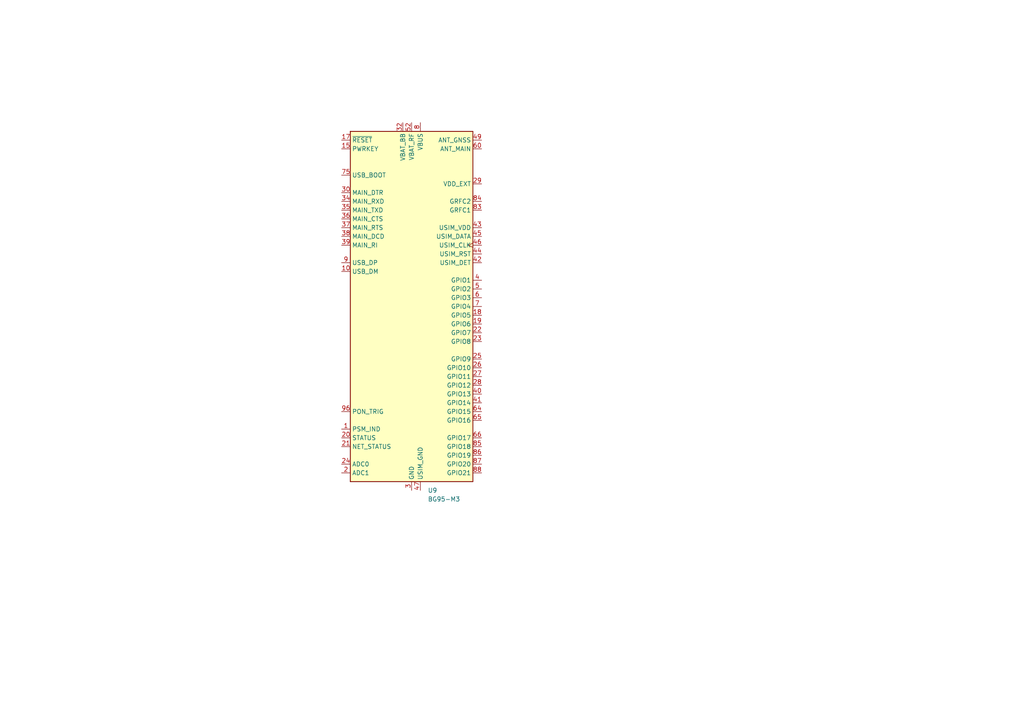
<source format=kicad_sch>
(kicad_sch (version 20250114) (generator "eeschema") (generator_version "9.0")
  (paper "A4")
  (lib_symbols
    (symbol "RF_GSM:BG95-M3"
      (property "Reference" "U" (at -18.796 44.45 0))
      (property "Value" "BG95-M3" (at 16.51 44.45 0))
      (symbol "BG95-M3_0_1"
        (rectangle (start -17.78 50.8) (end 17.78 -50.8) (stroke (width 0.254)) (fill (type background)))
      )
      (symbol "BG95-M3_1_1"
        (pin input line (at -20.32 48.26 0) (length 2.54) (name "~{RESET}") (number "17"))
        (pin bidirectional line (at -20.32 45.72 0) (length 2.54) (name "PWRKEY") (number "15"))
        (pin input line (at -20.32 38.1 0) (length 2.54) (name "USB_BOOT") (number "75"))
        (pin input line (at -20.32 33.02 0) (length 2.54) (name "MAIN_DTR") (number "30"))
        (pin input line (at -20.32 30.48 0) (length 2.54) (name "MAIN_RXD") (number "34"))
        (pin output line (at -20.32 27.94 0) (length 2.54) (name "MAIN_TXD") (number "35"))
        (pin output line (at -20.32 25.4 0) (length 2.54) (name "MAIN_CTS") (number "36"))
        (pin input line (at -20.32 22.86 0) (length 2.54) (name "MAIN_RTS") (number "37"))
        (pin output line (at -20.32 20.32 0) (length 2.54) (name "MAIN_DCD") (number "38"))
        (pin output line (at -20.32 17.78 0) (length 2.54) (name "MAIN_RI") (number "39"))
        (pin bidirectional line (at -20.32 12.7 0) (length 2.54) (name "USB_DP") (number "9"))
        (pin bidirectional line (at -20.32 10.16 0) (length 2.54) (name "USB_DM") (number "10"))
        (pin input line (at -20.32 -30.48 0) (length 2.54) (name "PON_TRIG") (number "96"))
        (pin output line (at -20.32 -35.56 0) (length 2.54) (name "PSM_IND") (number "1"))
        (pin output line (at -20.32 -38.1 0) (length 2.54) (name "STATUS") (number "20"))
        (pin output line (at -20.32 -40.64 0) (length 2.54) (name "NET_STATUS") (number "21"))
        (pin input line (at -20.32 -45.72 0) (length 2.54) (name "ADC0") (number "24"))
        (pin input line (at -20.32 -48.26 0) (length 2.54) (name "ADC1") (number "2"))
        (pin no_connect line (at -17.78 7.62 0) (length 2.54) (hide yes) (name "RESERVED") (number "11"))
        (pin no_connect line (at -17.78 5.08 0) (length 2.54) (hide yes) (name "RESERVED") (number "12"))
        (pin no_connect line (at -17.78 2.54 0) (length 2.54) (hide yes) (name "RESERVED") (number "13"))
        (pin no_connect line (at -17.78 0 0) (length 2.54) (hide yes) (name "RESERVED") (number "14"))
        (pin no_connect line (at -17.78 -2.54 0) (length 2.54) (hide yes) (name "RESERVED") (number "16"))
        (pin no_connect line (at -17.78 -5.08 0) (length 2.54) (hide yes) (name "RESERVED") (number "51"))
        (pin no_connect line (at -17.78 -7.62 0) (length 2.54) (hide yes) (name "RESERVED") (number "57"))
        (pin no_connect line (at -17.78 -10.16 0) (length 2.54) (hide yes) (name "RESERVED") (number "63"))
        (pin no_connect line (at -17.78 -12.7 0) (length 2.54) (hide yes) (name "RESERVED") (number "76"))
        (pin no_connect line (at -17.78 -15.24 0) (length 2.54) (hide yes) (name "RESERVED") (number "77"))
        (pin no_connect line (at -17.78 -17.78 0) (length 2.54) (hide yes) (name "RESERVED") (number "78"))
        (pin no_connect line (at -17.78 -20.32 0) (length 2.54) (hide yes) (name "RESERVED") (number "92"))
        (pin no_connect line (at -17.78 -22.86 0) (length 2.54) (hide yes) (name "RESERVED") (number "93"))
        (pin no_connect line (at -17.78 -25.4 0) (length 2.54) (hide yes) (name "RESERVED") (number "94"))
        (pin no_connect line (at -17.78 -27.94 0) (length 2.54) (hide yes) (name "RESERVED") (number "95"))
        (pin no_connect line (at -7.62 50.8 270) (length 2.54) (hide yes) (name "RESERVED") (number "98"))
        (pin no_connect line (at -5.08 50.8 270) (length 2.54) (hide yes) (name "RESERVED") (number "97"))
        (pin power_in line (at -2.54 53.34 270) (length 2.54) (name "VBAT_BB") (number "32"))
        (pin passive line (at -2.54 53.34 270) (length 2.54) (hide yes) (name "VBAT_BB") (number "33"))
        (pin power_in line (at 0 53.34 270) (length 2.54) (name "VBAT_RF") (number "52"))
        (pin passive line (at 0 53.34 270) (length 2.54) (hide yes) (name "VBAT_RF") (number "53"))
        (pin passive line (at 0 -53.34 90) (length 2.54) (hide yes) (name "GND") (number "100"))
        (pin passive line (at 0 -53.34 90) (length 2.54) (hide yes) (name "GND") (number "101"))
        (pin passive line (at 0 -53.34 90) (length 2.54) (hide yes) (name "GND") (number "102"))
        (pin power_in line (at 0 -53.34 90) (length 2.54) (name "GND") (number "3"))
        (pin passive line (at 0 -53.34 90) (length 2.54) (hide yes) (name "GND") (number "31"))
        (pin passive line (at 0 -53.34 90) (length 2.54) (hide yes) (name "GND") (number "48"))
        (pin passive line (at 0 -53.34 90) (length 2.54) (hide yes) (name "GND") (number "50"))
        (pin passive line (at 0 -53.34 90) (length 2.54) (hide yes) (name "GND") (number "54"))
        (pin passive line (at 0 -53.34 90) (length 2.54) (hide yes) (name "GND") (number "55"))
        (pin passive line (at 0 -53.34 90) (length 2.54) (hide yes) (name "GND") (number "58"))
        (pin passive line (at 0 -53.34 90) (length 2.54) (hide yes) (name "GND") (number "59"))
        (pin passive line (at 0 -53.34 90) (length 2.54) (hide yes) (name "GND") (number "61"))
        (pin passive line (at 0 -53.34 90) (length 2.54) (hide yes) (name "GND") (number "62"))
        (pin passive line (at 0 -53.34 90) (length 2.54) (hide yes) (name "GND") (number "67"))
        (pin passive line (at 0 -53.34 90) (length 2.54) (hide yes) (name "GND") (number "68"))
        (pin passive line (at 0 -53.34 90) (length 2.54) (hide yes) (name "GND") (number "69"))
        (pin passive line (at 0 -53.34 90) (length 2.54) (hide yes) (name "GND") (number "70"))
        (pin passive line (at 0 -53.34 90) (length 2.54) (hide yes) (name "GND") (number "71"))
        (pin passive line (at 0 -53.34 90) (length 2.54) (hide yes) (name "GND") (number "72"))
        (pin passive line (at 0 -53.34 90) (length 2.54) (hide yes) (name "GND") (number "73"))
        (pin passive line (at 0 -53.34 90) (length 2.54) (hide yes) (name "GND") (number "74"))
        (pin passive line (at 0 -53.34 90) (length 2.54) (hide yes) (name "GND") (number "79"))
        (pin passive line (at 0 -53.34 90) (length 2.54) (hide yes) (name "GND") (number "80"))
        (pin passive line (at 0 -53.34 90) (length 2.54) (hide yes) (name "GND") (number "81"))
        (pin passive line (at 0 -53.34 90) (length 2.54) (hide yes) (name "GND") (number "82"))
        (pin passive line (at 0 -53.34 90) (length 2.54) (hide yes) (name "GND") (number "89"))
        (pin passive line (at 0 -53.34 90) (length 2.54) (hide yes) (name "GND") (number "90"))
        (pin passive line (at 0 -53.34 90) (length 2.54) (hide yes) (name "GND") (number "91"))
        (pin power_in line (at 2.54 53.34 270) (length 2.54) (name "VBUS") (number "8"))
        (pin power_in line (at 2.54 -53.34 90) (length 2.54) (name "USIM_GND") (number "47"))
        (pin no_connect line (at 7.62 50.8 270) (length 2.54) (hide yes) (name "RESERVED") (number "99"))
        (pin no_connect line (at 17.78 43.18 180) (length 2.54) (hide yes) (name "ANT_WIFI") (number "56"))
        (pin passive line (at 20.32 48.26 180) (length 2.54) (name "ANT_GNSS") (number "49"))
        (pin passive line (at 20.32 45.72 180) (length 2.54) (name "ANT_MAIN") (number "60"))
        (pin power_out line (at 20.32 35.56 180) (length 2.54) (name "VDD_EXT") (number "29"))
        (pin output line (at 20.32 30.48 180) (length 2.54) (name "GRFC2") (number "84"))
        (pin output line (at 20.32 27.94 180) (length 2.54) (name "GRFC1") (number "83"))
        (pin power_out line (at 20.32 22.86 180) (length 2.54) (name "USIM_VDD") (number "43"))
        (pin bidirectional line (at 20.32 20.32 180) (length 2.54) (name "USIM_DATA") (number "45"))
        (pin output clock (at 20.32 17.78 180) (length 2.54) (name "USIM_CLK") (number "46"))
        (pin output line (at 20.32 15.24 180) (length 2.54) (name "USIM_RST") (number "44"))
        (pin input line (at 20.32 12.7 180) (length 2.54) (name "USIM_DET") (number "42"))
        (pin bidirectional line (at 20.32 7.62 180) (length 2.54) (name "GPIO1") (number "4"))
        (pin bidirectional line (at 20.32 5.08 180) (length 2.54) (name "GPIO2") (number "5"))
        (pin bidirectional line (at 20.32 2.54 180) (length 2.54) (name "GPIO3") (number "6"))
        (pin bidirectional line (at 20.32 0 180) (length 2.54) (name "GPIO4") (number "7"))
        (pin bidirectional line (at 20.32 -2.54 180) (length 2.54) (name "GPIO5") (number "18"))
        (pin bidirectional line (at 20.32 -5.08 180) (length 2.54) (name "GPIO6") (number "19"))
        (pin bidirectional line (at 20.32 -7.62 180) (length 2.54) (name "GPIO7") (number "22"))
        (pin bidirectional line (at 20.32 -10.16 180) (length 2.54) (name "GPIO8") (number "23"))
        (pin bidirectional line (at 20.32 -15.24 180) (length 2.54) (name "GPIO9") (number "25"))
        (pin bidirectional line (at 20.32 -17.78 180) (length 2.54) (name "GPIO10") (number "26"))
        (pin bidirectional line (at 20.32 -20.32 180) (length 2.54) (name "GPIO11") (number "27"))
        (pin bidirectional line (at 20.32 -22.86 180) (length 2.54) (name "GPIO12") (number "28"))
        (pin bidirectional line (at 20.32 -25.4 180) (length 2.54) (name "GPIO13") (number "40"))
        (pin bidirectional line (at 20.32 -27.94 180) (length 2.54) (name "GPIO14") (number "41"))
        (pin bidirectional line (at 20.32 -30.48 180) (length 2.54) (name "GPIO15") (number "64"))
        (pin bidirectional line (at 20.32 -33.02 180) (length 2.54) (name "GPIO16") (number "65"))
        (pin bidirectional line (at 20.32 -38.1 180) (length 2.54) (name "GPIO17") (number "66"))
        (pin bidirectional line (at 20.32 -40.64 180) (length 2.54) (name "GPIO18") (number "85"))
        (pin bidirectional line (at 20.32 -43.18 180) (length 2.54) (name "GPIO19") (number "86"))
        (pin bidirectional line (at 20.32 -45.72 180) (length 2.54) (name "GPIO20") (number "87"))
        (pin bidirectional line (at 20.32 -48.26 180) (length 2.54) (name "GPIO21") (number "88"))
      )
    )
  )
  (symbol (lib_id "RF_GSM:BG95-M3") (at 119.38 88.9 0) (unit 1)
    (property "Reference" "U9" (at 124.0633 142.24 0) (effects (justify left)))
    (property "Value" "BG95-M3" (at 124.0633 144.78 0) (effects (justify left)))
    (property "Footprint" "RF_GSM:Quectel_BG95" (effects (hide yes)))
    (property "Datasheet" "https://images.quectel.com/python/sites/2/2023/05/Quectel_BG95_Series_QuecOpen_Hardware_Design_V1.3.pdf" (effects (hide yes)))
    (property "Description" "NB-IoT, Cat M1 Cat NB2 EGPRS Communication Module, AT Command Set" (effects (hide yes)))
  )
)
</source>
